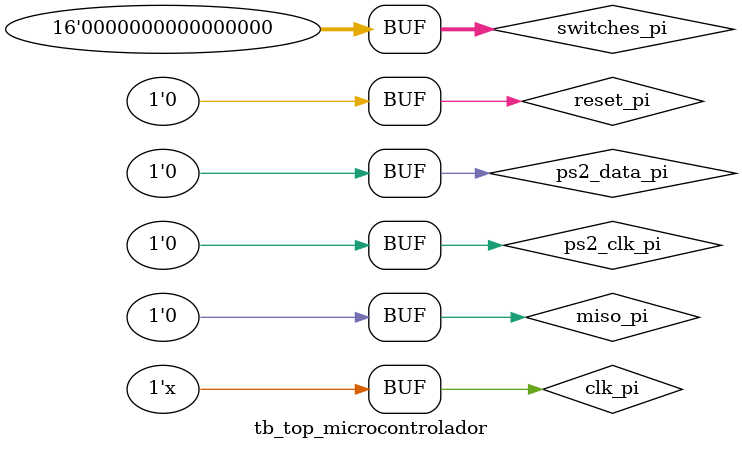
<source format=sv>
module tb_top_microcontrolador ;


    logic              clk_pi;
    logic              reset_pi;
    logic  [ 15 : 0 ]  switches_pi;
    logic              ps2_clk_pi;
    logic              ps2_data_pi;
    logic              miso_pi;
    logic              sclk_po;
    logic              mosi_po;
    logic              cs_po;
    logic  [  6 : 0 ]  hex_number_po;
    logic  [  7 : 0 ]  an_o;
    logic              uart_tx_po;
    logic  [ 15 : 0 ]  leds_po;

    top_microcontrolador DUT(
        .clk_pi         (clk_pi),
        .reset_pi       (reset_pi),
        .switches_pi    (switches_pi),
        .ps2_clk_pi     (ps2_clk_pi),
        .ps2_data_pi    (ps2_data_pi),
        .miso_pi        (miso_pi),
        .sclk_po        (sclk_po),
        .mosi_po        (mosi_po),
        .cs_po          (cs_po),
        .hex_number_po  (hex_number_po),
        .an_po          (an_o),
        .uart_tx_po     (uart_tx_po),
        .leds_po        (leds_po));

//Se inicializa el reloj de 100MHz del sistema
    initial begin
        clk_pi      = 0;
        reset_pi    = 1;
        switches_pi = 0;
        ps2_clk_pi  = 0;
        ps2_data_pi = 0;
        miso_pi     = 0;
        #3000
        reset_pi    = 0;
    end

//Se crea el reloj de 100MHz
    always begin
        #5
        clk_pi = ~clk_pi;
    end
    
endmodule
</source>
